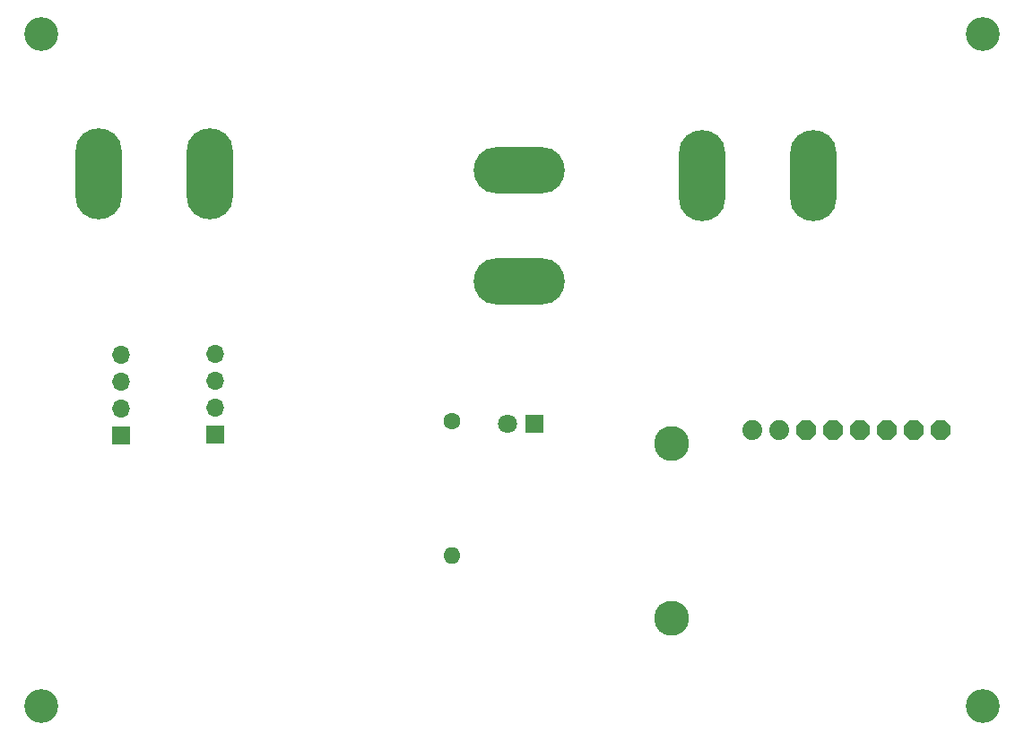
<source format=gbr>
%TF.GenerationSoftware,KiCad,Pcbnew,8.0.3*%
%TF.CreationDate,2024-10-14T14:02:15-04:00*%
%TF.ProjectId,ArmorPanel,41726d6f-7250-4616-9e65-6c2e6b696361,rev?*%
%TF.SameCoordinates,Original*%
%TF.FileFunction,Soldermask,Top*%
%TF.FilePolarity,Negative*%
%FSLAX46Y46*%
G04 Gerber Fmt 4.6, Leading zero omitted, Abs format (unit mm)*
G04 Created by KiCad (PCBNEW 8.0.3) date 2024-10-14 14:02:15*
%MOMM*%
%LPD*%
G01*
G04 APERTURE LIST*
G04 Aperture macros list*
%AMFreePoly0*
4,1,17,0.404157,0.924921,0.924921,0.404157,0.939800,0.368236,0.939800,-0.368236,0.924921,-0.404157,0.404157,-0.924921,0.368236,-0.939800,-0.368236,-0.939800,-0.404157,-0.924921,-0.924921,-0.404157,-0.939800,-0.368236,-0.939800,0.368236,-0.924921,0.404157,-0.404157,0.924921,-0.368236,0.939800,0.368236,0.939800,0.404157,0.924921,0.404157,0.924921,$1*%
G04 Aperture macros list end*
%ADD10C,3.200000*%
%ADD11R,1.800000X1.800000*%
%ADD12C,1.800000*%
%ADD13O,4.404000X8.604000*%
%ADD14C,1.600000*%
%ADD15O,1.600000X1.600000*%
%ADD16FreePoly0,90.000000*%
%ADD17C,3.301600*%
%ADD18R,1.700000X1.700000*%
%ADD19O,1.700000X1.700000*%
%ADD20C,1.879600*%
%ADD21O,8.604000X4.404000*%
G04 APERTURE END LIST*
D10*
%TO.C,H2*%
X106270000Y-46380000D03*
%TD*%
D11*
%TO.C,D1*%
X152790000Y-83175000D03*
D12*
X150250000Y-83175000D03*
%TD*%
D10*
%TO.C,H4*%
X195170000Y-109880000D03*
%TD*%
D13*
%TO.C,SW_RED1*%
X111675000Y-59575000D03*
X122175000Y-59575000D03*
%TD*%
D14*
%TO.C,R1*%
X145075000Y-82950000D03*
D15*
X145075000Y-95650000D03*
%TD*%
D16*
%TO.C,JP1*%
X178445000Y-83780000D03*
X180985000Y-83780000D03*
X183525000Y-83780000D03*
X186065000Y-83780000D03*
X188605000Y-83780000D03*
X191145000Y-83780000D03*
%TD*%
D17*
%TO.C,U$12*%
X165745000Y-101560000D03*
%TD*%
D10*
%TO.C,H1*%
X106270000Y-109880000D03*
%TD*%
D18*
%TO.C,LEDR1*%
X113800000Y-84315000D03*
D19*
X113800000Y-81775000D03*
X113800000Y-79235000D03*
X113800000Y-76695000D03*
%TD*%
D10*
%TO.C,H3*%
X195170000Y-46380000D03*
%TD*%
D20*
%TO.C,JP2*%
X173365000Y-83780000D03*
X175905000Y-83780000D03*
%TD*%
D18*
%TO.C,LEDL1*%
X122725000Y-84215000D03*
D19*
X122725000Y-81675000D03*
X122725000Y-79135000D03*
X122725000Y-76595000D03*
%TD*%
D21*
%TO.C,SW_EN1*%
X151375000Y-69725000D03*
X151375000Y-59225000D03*
%TD*%
D17*
%TO.C,U$10*%
X165745000Y-85050000D03*
%TD*%
D13*
%TO.C,SW_BLUE1*%
X168700000Y-59700000D03*
X179200000Y-59700000D03*
%TD*%
M02*

</source>
